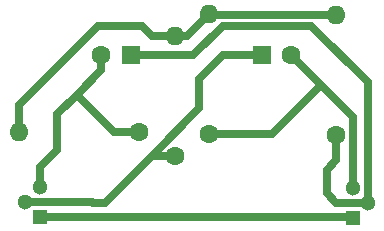
<source format=gbr>
%TF.GenerationSoftware,KiCad,Pcbnew,(6.0.4)*%
%TF.CreationDate,2022-07-27T01:32:54-04:00*%
%TF.ProjectId,Oscillator,4f736369-6c6c-4617-946f-722e6b696361,rev?*%
%TF.SameCoordinates,Original*%
%TF.FileFunction,Copper,L1,Top*%
%TF.FilePolarity,Positive*%
%FSLAX46Y46*%
G04 Gerber Fmt 4.6, Leading zero omitted, Abs format (unit mm)*
G04 Created by KiCad (PCBNEW (6.0.4)) date 2022-07-27 01:32:54*
%MOMM*%
%LPD*%
G01*
G04 APERTURE LIST*
%TA.AperFunction,ComponentPad*%
%ADD10C,1.600000*%
%TD*%
%TA.AperFunction,ComponentPad*%
%ADD11O,1.600000X1.600000*%
%TD*%
%TA.AperFunction,ComponentPad*%
%ADD12R,1.600000X1.600000*%
%TD*%
%TA.AperFunction,ComponentPad*%
%ADD13R,1.300000X1.300000*%
%TD*%
%TA.AperFunction,ComponentPad*%
%ADD14C,1.300000*%
%TD*%
%TA.AperFunction,Conductor*%
%ADD15C,0.700000*%
%TD*%
G04 APERTURE END LIST*
D10*
%TO.P,REF\u002A\u002A,1*%
%TO.N,N/C*%
X144880000Y-78000000D03*
D11*
%TO.P,REF\u002A\u002A,2*%
X134720000Y-78000000D03*
%TD*%
D10*
%TO.P,REF\u002A\u002A,1*%
%TO.N,N/C*%
X161600000Y-78280000D03*
D11*
%TO.P,REF\u002A\u002A,2*%
X161600000Y-68120000D03*
%TD*%
D12*
%TO.P,REF\u002A\u002A,1*%
%TO.N,N/C*%
X155294888Y-71500000D03*
D10*
%TO.P,REF\u002A\u002A,2*%
X157794888Y-71500000D03*
%TD*%
D13*
%TO.P,REF\u002A\u002A,1*%
%TO.N,N/C*%
X136500000Y-85230000D03*
D14*
%TO.P,REF\u002A\u002A,2*%
X135230000Y-83960000D03*
%TO.P,REF\u002A\u002A,3*%
X136500000Y-82690000D03*
%TD*%
D10*
%TO.P,REF\u002A\u002A,1*%
%TO.N,N/C*%
X148000000Y-80000000D03*
D11*
%TO.P,REF\u002A\u002A,2*%
X148000000Y-69840000D03*
%TD*%
D10*
%TO.P,REF\u002A\u002A,1*%
%TO.N,N/C*%
X150800000Y-78200000D03*
D11*
%TO.P,REF\u002A\u002A,2*%
X150800000Y-68040000D03*
%TD*%
D12*
%TO.P,REF\u002A\u002A,1*%
%TO.N,N/C*%
X144205113Y-71500000D03*
D10*
%TO.P,REF\u002A\u002A,2*%
X141705113Y-71500000D03*
%TD*%
D14*
%TO.P,REF\u002A\u002A,1*%
%TO.N,N/C*%
X163000000Y-82730000D03*
%TO.P,REF\u002A\u002A,2*%
X164270000Y-84000000D03*
D13*
%TO.P,REF\u002A\u002A,3*%
X163000000Y-85270000D03*
%TD*%
D15*
%TO.N,*%
X148000000Y-69840000D02*
X149000000Y-69840000D01*
X145200000Y-69000000D02*
X146040000Y-69840000D01*
X138000000Y-79500000D02*
X136500000Y-81000000D01*
X141400000Y-69000000D02*
X145200000Y-69000000D01*
X146000000Y-80000000D02*
X150000000Y-76000000D01*
X136500000Y-81000000D02*
X136500000Y-82690000D01*
X161600000Y-84000000D02*
X164270000Y-84000000D01*
X162960000Y-85230000D02*
X163000000Y-85270000D01*
X164270000Y-73770000D02*
X164270000Y-84000000D01*
X150800000Y-78200000D02*
X156200000Y-78200000D01*
X156200000Y-78200000D02*
X160347444Y-74052556D01*
X150880000Y-68120000D02*
X150800000Y-68040000D01*
X134720000Y-75680000D02*
X141400000Y-69000000D01*
X140960000Y-83960000D02*
X141000000Y-84000000D01*
X144880000Y-78000000D02*
X142800000Y-78000000D01*
X152000000Y-71500000D02*
X155294888Y-71500000D01*
X142800000Y-78000000D02*
X139650000Y-74850000D01*
X161600000Y-80400000D02*
X160800000Y-81200000D01*
X141705113Y-71500000D02*
X141705113Y-72794887D01*
X160800000Y-81200000D02*
X160800000Y-83200000D01*
X163000000Y-76705112D02*
X160347444Y-74052556D01*
X161600000Y-78280000D02*
X161600000Y-80400000D01*
X160800000Y-83200000D02*
X161600000Y-84000000D01*
X152000000Y-69000000D02*
X159500000Y-69000000D01*
X160347444Y-74052556D02*
X157794888Y-71500000D01*
X141000000Y-84000000D02*
X142000000Y-84000000D01*
X144205113Y-71500000D02*
X149500000Y-71500000D01*
X150000000Y-73500000D02*
X152000000Y-71500000D01*
X150000000Y-76000000D02*
X150000000Y-73500000D01*
X136500000Y-85230000D02*
X162960000Y-85230000D01*
X146040000Y-69840000D02*
X148000000Y-69840000D01*
X142000000Y-84000000D02*
X146000000Y-80000000D01*
X163000000Y-82730000D02*
X163000000Y-76705112D01*
X141705113Y-72794887D02*
X139650000Y-74850000D01*
X149000000Y-69840000D02*
X150800000Y-68040000D01*
X149500000Y-71500000D02*
X152000000Y-69000000D01*
X159500000Y-69000000D02*
X164270000Y-73770000D01*
X134720000Y-78000000D02*
X134720000Y-75680000D01*
X139650000Y-74850000D02*
X138000000Y-76500000D01*
X161600000Y-68120000D02*
X150880000Y-68120000D01*
X135230000Y-83960000D02*
X140960000Y-83960000D01*
X148000000Y-80000000D02*
X146000000Y-80000000D01*
X138000000Y-76500000D02*
X138000000Y-79500000D01*
%TD*%
M02*

</source>
